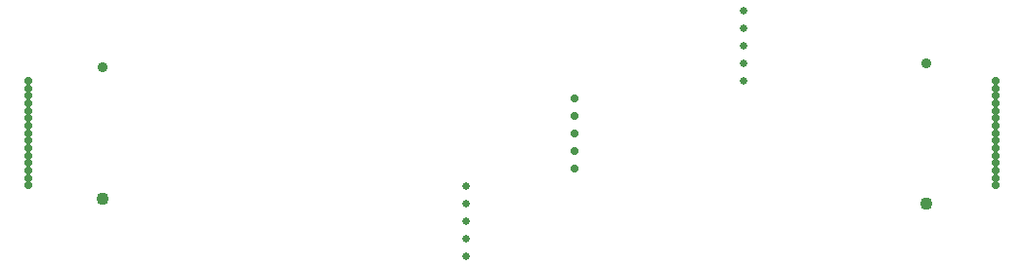
<source format=gbs>
%FSTAX42Y42*%
%MOMM*%
%SFA1B1*%

%IPPOS*%
%ADD26C,0.899998*%
%ADD27C,1.099998*%
%ADD28C,0.699999*%
%ADD29C,0.639999*%
%LNflex_debugging-1*%
%LPD*%
G54D26*
X006383Y007119D03*
X01352Y007159D03*
G54D27*
X006383Y005979D03*
X01352Y005939D03*
G54D28*
X014126Y006354D03*
X005744D03*
X014126Y006289D03*
X005744D03*
X014126Y006094D03*
X005744D03*
X014126Y006159D03*
X005744D03*
X014126Y006224D03*
X005744D03*
X014126Y006744D03*
X005744D03*
X014126Y006809D03*
X005744D03*
X014126Y006874D03*
X005744D03*
X014126Y006939D03*
X005744D03*
X014126Y007004D03*
X005744D03*
X014126Y006679D03*
X005744D03*
X014126Y006614D03*
X005744D03*
X014126Y006419D03*
X005744D03*
X014126Y006484D03*
X005744D03*
X014126Y006549D03*
X005744D03*
X010474Y006702D03*
Y006245D03*
Y006397D03*
Y00655D03*
Y006854D03*
G54D29*
X009534Y006091D03*
Y005939D03*
Y005787D03*
Y005634D03*
Y005482D03*
X011939Y007006D03*
Y007159D03*
Y007311D03*
Y007464D03*
Y007617D03*
M02*
</source>
